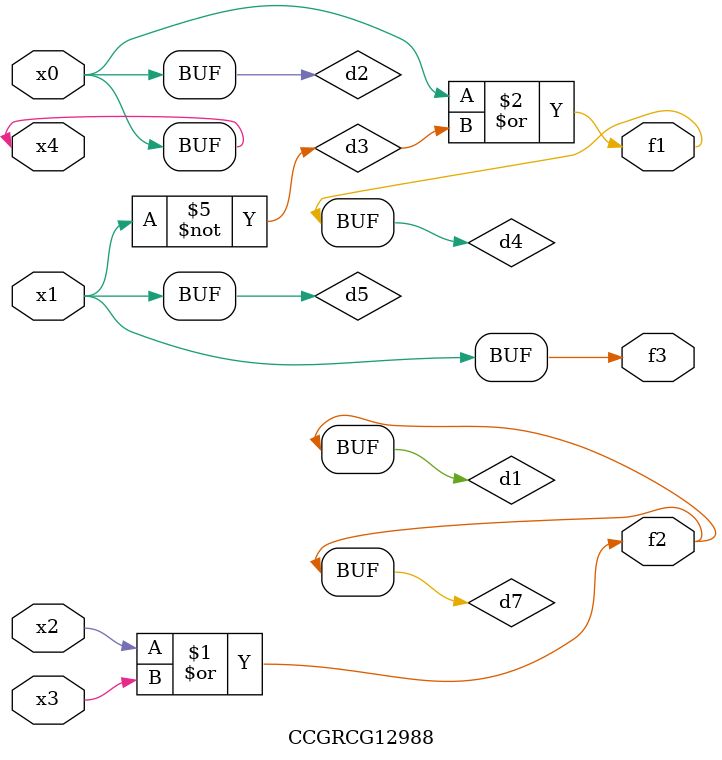
<source format=v>
module CCGRCG12988(
	input x0, x1, x2, x3, x4,
	output f1, f2, f3
);

	wire d1, d2, d3, d4, d5, d6, d7;

	or (d1, x2, x3);
	buf (d2, x0, x4);
	not (d3, x1);
	or (d4, d2, d3);
	not (d5, d3);
	nand (d6, d1, d3);
	or (d7, d1);
	assign f1 = d4;
	assign f2 = d7;
	assign f3 = d5;
endmodule

</source>
